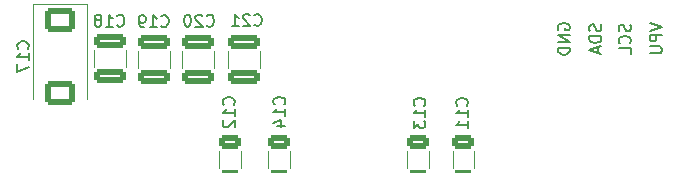
<source format=gbr>
%TF.GenerationSoftware,KiCad,Pcbnew,(6.0.0-0)*%
%TF.CreationDate,2022-06-13T23:55:57-07:00*%
%TF.ProjectId,max20499_breakout,6d617832-3034-4393-995f-627265616b6f,rev?*%
%TF.SameCoordinates,Original*%
%TF.FileFunction,Legend,Bot*%
%TF.FilePolarity,Positive*%
%FSLAX46Y46*%
G04 Gerber Fmt 4.6, Leading zero omitted, Abs format (unit mm)*
G04 Created by KiCad (PCBNEW (6.0.0-0)) date 2022-06-13 23:55:57*
%MOMM*%
%LPD*%
G01*
G04 APERTURE LIST*
G04 Aperture macros list*
%AMRoundRect*
0 Rectangle with rounded corners*
0 $1 Rounding radius*
0 $2 $3 $4 $5 $6 $7 $8 $9 X,Y pos of 4 corners*
0 Add a 4 corners polygon primitive as box body*
4,1,4,$2,$3,$4,$5,$6,$7,$8,$9,$2,$3,0*
0 Add four circle primitives for the rounded corners*
1,1,$1+$1,$2,$3*
1,1,$1+$1,$4,$5*
1,1,$1+$1,$6,$7*
1,1,$1+$1,$8,$9*
0 Add four rect primitives between the rounded corners*
20,1,$1+$1,$2,$3,$4,$5,0*
20,1,$1+$1,$4,$5,$6,$7,0*
20,1,$1+$1,$6,$7,$8,$9,0*
20,1,$1+$1,$8,$9,$2,$3,0*%
G04 Aperture macros list end*
%ADD10C,0.150000*%
%ADD11C,0.120000*%
%ADD12C,2.520000*%
%ADD13R,1.700000X1.700000*%
%ADD14O,1.700000X1.700000*%
%ADD15RoundRect,0.250000X-1.100000X0.325000X-1.100000X-0.325000X1.100000X-0.325000X1.100000X0.325000X0*%
%ADD16RoundRect,0.250000X0.650000X-0.325000X0.650000X0.325000X-0.650000X0.325000X-0.650000X-0.325000X0*%
%ADD17RoundRect,0.250000X-1.025000X0.787500X-1.025000X-0.787500X1.025000X-0.787500X1.025000X0.787500X0*%
G04 APERTURE END LIST*
D10*
X157492380Y-90572857D02*
X158492380Y-90906190D01*
X157492380Y-91239523D01*
X158492380Y-91572857D02*
X157492380Y-91572857D01*
X157492380Y-91953809D01*
X157540000Y-92049047D01*
X157587619Y-92096666D01*
X157682857Y-92144285D01*
X157825714Y-92144285D01*
X157920952Y-92096666D01*
X157968571Y-92049047D01*
X158016190Y-91953809D01*
X158016190Y-91572857D01*
X157492380Y-92572857D02*
X158301904Y-92572857D01*
X158397142Y-92620476D01*
X158444761Y-92668095D01*
X158492380Y-92763333D01*
X158492380Y-92953809D01*
X158444761Y-93049047D01*
X158397142Y-93096666D01*
X158301904Y-93144285D01*
X157492380Y-93144285D01*
X155814761Y-90739524D02*
X155862380Y-90882381D01*
X155862380Y-91120477D01*
X155814761Y-91215715D01*
X155767142Y-91263334D01*
X155671904Y-91310953D01*
X155576666Y-91310953D01*
X155481428Y-91263334D01*
X155433809Y-91215715D01*
X155386190Y-91120477D01*
X155338571Y-90930001D01*
X155290952Y-90834762D01*
X155243333Y-90787143D01*
X155148095Y-90739524D01*
X155052857Y-90739524D01*
X154957619Y-90787143D01*
X154910000Y-90834762D01*
X154862380Y-90930001D01*
X154862380Y-91168096D01*
X154910000Y-91310953D01*
X155767142Y-92310953D02*
X155814761Y-92263334D01*
X155862380Y-92120477D01*
X155862380Y-92025239D01*
X155814761Y-91882381D01*
X155719523Y-91787143D01*
X155624285Y-91739524D01*
X155433809Y-91691905D01*
X155290952Y-91691905D01*
X155100476Y-91739524D01*
X155005238Y-91787143D01*
X154910000Y-91882381D01*
X154862380Y-92025239D01*
X154862380Y-92120477D01*
X154910000Y-92263334D01*
X154957619Y-92310953D01*
X155862380Y-93215715D02*
X155862380Y-92739524D01*
X154862380Y-92739524D01*
X153324761Y-90715714D02*
X153372380Y-90858571D01*
X153372380Y-91096666D01*
X153324761Y-91191904D01*
X153277142Y-91239523D01*
X153181904Y-91287142D01*
X153086666Y-91287142D01*
X152991428Y-91239523D01*
X152943809Y-91191904D01*
X152896190Y-91096666D01*
X152848571Y-90906190D01*
X152800952Y-90810952D01*
X152753333Y-90763333D01*
X152658095Y-90715714D01*
X152562857Y-90715714D01*
X152467619Y-90763333D01*
X152420000Y-90810952D01*
X152372380Y-90906190D01*
X152372380Y-91144285D01*
X152420000Y-91287142D01*
X153372380Y-91715714D02*
X152372380Y-91715714D01*
X152372380Y-91953809D01*
X152420000Y-92096666D01*
X152515238Y-92191904D01*
X152610476Y-92239523D01*
X152800952Y-92287142D01*
X152943809Y-92287142D01*
X153134285Y-92239523D01*
X153229523Y-92191904D01*
X153324761Y-92096666D01*
X153372380Y-91953809D01*
X153372380Y-91715714D01*
X153086666Y-92668095D02*
X153086666Y-93144285D01*
X153372380Y-92572857D02*
X152372380Y-92906190D01*
X153372380Y-93239523D01*
X149750000Y-91168095D02*
X149702380Y-91072857D01*
X149702380Y-90930000D01*
X149750000Y-90787142D01*
X149845238Y-90691904D01*
X149940476Y-90644285D01*
X150130952Y-90596666D01*
X150273809Y-90596666D01*
X150464285Y-90644285D01*
X150559523Y-90691904D01*
X150654761Y-90787142D01*
X150702380Y-90930000D01*
X150702380Y-91025238D01*
X150654761Y-91168095D01*
X150607142Y-91215714D01*
X150273809Y-91215714D01*
X150273809Y-91025238D01*
X150702380Y-91644285D02*
X149702380Y-91644285D01*
X150702380Y-92215714D01*
X149702380Y-92215714D01*
X150702380Y-92691904D02*
X149702380Y-92691904D01*
X149702380Y-92930000D01*
X149750000Y-93072857D01*
X149845238Y-93168095D01*
X149940476Y-93215714D01*
X150130952Y-93263333D01*
X150273809Y-93263333D01*
X150464285Y-93215714D01*
X150559523Y-93168095D01*
X150654761Y-93072857D01*
X150702380Y-92930000D01*
X150702380Y-92691904D01*
%TO.C,C19*%
X116122857Y-90849642D02*
X116170476Y-90897261D01*
X116313333Y-90944880D01*
X116408571Y-90944880D01*
X116551428Y-90897261D01*
X116646666Y-90802023D01*
X116694285Y-90706785D01*
X116741904Y-90516309D01*
X116741904Y-90373452D01*
X116694285Y-90182976D01*
X116646666Y-90087738D01*
X116551428Y-89992500D01*
X116408571Y-89944880D01*
X116313333Y-89944880D01*
X116170476Y-89992500D01*
X116122857Y-90040119D01*
X115170476Y-90944880D02*
X115741904Y-90944880D01*
X115456190Y-90944880D02*
X115456190Y-89944880D01*
X115551428Y-90087738D01*
X115646666Y-90182976D01*
X115741904Y-90230595D01*
X114694285Y-90944880D02*
X114503809Y-90944880D01*
X114408571Y-90897261D01*
X114360952Y-90849642D01*
X114265714Y-90706785D01*
X114218095Y-90516309D01*
X114218095Y-90135357D01*
X114265714Y-90040119D01*
X114313333Y-89992500D01*
X114408571Y-89944880D01*
X114599047Y-89944880D01*
X114694285Y-89992500D01*
X114741904Y-90040119D01*
X114789523Y-90135357D01*
X114789523Y-90373452D01*
X114741904Y-90468690D01*
X114694285Y-90516309D01*
X114599047Y-90563928D01*
X114408571Y-90563928D01*
X114313333Y-90516309D01*
X114265714Y-90468690D01*
X114218095Y-90373452D01*
%TO.C,C12*%
X122247142Y-97507142D02*
X122294761Y-97459523D01*
X122342380Y-97316666D01*
X122342380Y-97221428D01*
X122294761Y-97078571D01*
X122199523Y-96983333D01*
X122104285Y-96935714D01*
X121913809Y-96888095D01*
X121770952Y-96888095D01*
X121580476Y-96935714D01*
X121485238Y-96983333D01*
X121390000Y-97078571D01*
X121342380Y-97221428D01*
X121342380Y-97316666D01*
X121390000Y-97459523D01*
X121437619Y-97507142D01*
X122342380Y-98459523D02*
X122342380Y-97888095D01*
X122342380Y-98173809D02*
X121342380Y-98173809D01*
X121485238Y-98078571D01*
X121580476Y-97983333D01*
X121628095Y-97888095D01*
X121437619Y-98840476D02*
X121390000Y-98888095D01*
X121342380Y-98983333D01*
X121342380Y-99221428D01*
X121390000Y-99316666D01*
X121437619Y-99364285D01*
X121532857Y-99411904D01*
X121628095Y-99411904D01*
X121770952Y-99364285D01*
X122342380Y-98792857D01*
X122342380Y-99411904D01*
%TO.C,C18*%
X112382857Y-90799642D02*
X112430476Y-90847261D01*
X112573333Y-90894880D01*
X112668571Y-90894880D01*
X112811428Y-90847261D01*
X112906666Y-90752023D01*
X112954285Y-90656785D01*
X113001904Y-90466309D01*
X113001904Y-90323452D01*
X112954285Y-90132976D01*
X112906666Y-90037738D01*
X112811428Y-89942500D01*
X112668571Y-89894880D01*
X112573333Y-89894880D01*
X112430476Y-89942500D01*
X112382857Y-89990119D01*
X111430476Y-90894880D02*
X112001904Y-90894880D01*
X111716190Y-90894880D02*
X111716190Y-89894880D01*
X111811428Y-90037738D01*
X111906666Y-90132976D01*
X112001904Y-90180595D01*
X110859047Y-90323452D02*
X110954285Y-90275833D01*
X111001904Y-90228214D01*
X111049523Y-90132976D01*
X111049523Y-90085357D01*
X111001904Y-89990119D01*
X110954285Y-89942500D01*
X110859047Y-89894880D01*
X110668571Y-89894880D01*
X110573333Y-89942500D01*
X110525714Y-89990119D01*
X110478095Y-90085357D01*
X110478095Y-90132976D01*
X110525714Y-90228214D01*
X110573333Y-90275833D01*
X110668571Y-90323452D01*
X110859047Y-90323452D01*
X110954285Y-90371071D01*
X111001904Y-90418690D01*
X111049523Y-90513928D01*
X111049523Y-90704404D01*
X111001904Y-90799642D01*
X110954285Y-90847261D01*
X110859047Y-90894880D01*
X110668571Y-90894880D01*
X110573333Y-90847261D01*
X110525714Y-90799642D01*
X110478095Y-90704404D01*
X110478095Y-90513928D01*
X110525714Y-90418690D01*
X110573333Y-90371071D01*
X110668571Y-90323452D01*
%TO.C,C14*%
X126527142Y-97477142D02*
X126574761Y-97429523D01*
X126622380Y-97286666D01*
X126622380Y-97191428D01*
X126574761Y-97048571D01*
X126479523Y-96953333D01*
X126384285Y-96905714D01*
X126193809Y-96858095D01*
X126050952Y-96858095D01*
X125860476Y-96905714D01*
X125765238Y-96953333D01*
X125670000Y-97048571D01*
X125622380Y-97191428D01*
X125622380Y-97286666D01*
X125670000Y-97429523D01*
X125717619Y-97477142D01*
X126622380Y-98429523D02*
X126622380Y-97858095D01*
X126622380Y-98143809D02*
X125622380Y-98143809D01*
X125765238Y-98048571D01*
X125860476Y-97953333D01*
X125908095Y-97858095D01*
X125955714Y-99286666D02*
X126622380Y-99286666D01*
X125574761Y-99048571D02*
X126289047Y-98810476D01*
X126289047Y-99429523D01*
%TO.C,C17*%
X104817142Y-92769642D02*
X104864761Y-92722023D01*
X104912380Y-92579166D01*
X104912380Y-92483928D01*
X104864761Y-92341071D01*
X104769523Y-92245833D01*
X104674285Y-92198214D01*
X104483809Y-92150595D01*
X104340952Y-92150595D01*
X104150476Y-92198214D01*
X104055238Y-92245833D01*
X103960000Y-92341071D01*
X103912380Y-92483928D01*
X103912380Y-92579166D01*
X103960000Y-92722023D01*
X104007619Y-92769642D01*
X104912380Y-93722023D02*
X104912380Y-93150595D01*
X104912380Y-93436309D02*
X103912380Y-93436309D01*
X104055238Y-93341071D01*
X104150476Y-93245833D01*
X104198095Y-93150595D01*
X103912380Y-94055357D02*
X103912380Y-94722023D01*
X104912380Y-94293452D01*
%TO.C,C21*%
X124002857Y-90749642D02*
X124050476Y-90797261D01*
X124193333Y-90844880D01*
X124288571Y-90844880D01*
X124431428Y-90797261D01*
X124526666Y-90702023D01*
X124574285Y-90606785D01*
X124621904Y-90416309D01*
X124621904Y-90273452D01*
X124574285Y-90082976D01*
X124526666Y-89987738D01*
X124431428Y-89892500D01*
X124288571Y-89844880D01*
X124193333Y-89844880D01*
X124050476Y-89892500D01*
X124002857Y-89940119D01*
X123621904Y-89940119D02*
X123574285Y-89892500D01*
X123479047Y-89844880D01*
X123240952Y-89844880D01*
X123145714Y-89892500D01*
X123098095Y-89940119D01*
X123050476Y-90035357D01*
X123050476Y-90130595D01*
X123098095Y-90273452D01*
X123669523Y-90844880D01*
X123050476Y-90844880D01*
X122098095Y-90844880D02*
X122669523Y-90844880D01*
X122383809Y-90844880D02*
X122383809Y-89844880D01*
X122479047Y-89987738D01*
X122574285Y-90082976D01*
X122669523Y-90130595D01*
%TO.C,C13*%
X138397142Y-97577142D02*
X138444761Y-97529523D01*
X138492380Y-97386666D01*
X138492380Y-97291428D01*
X138444761Y-97148571D01*
X138349523Y-97053333D01*
X138254285Y-97005714D01*
X138063809Y-96958095D01*
X137920952Y-96958095D01*
X137730476Y-97005714D01*
X137635238Y-97053333D01*
X137540000Y-97148571D01*
X137492380Y-97291428D01*
X137492380Y-97386666D01*
X137540000Y-97529523D01*
X137587619Y-97577142D01*
X138492380Y-98529523D02*
X138492380Y-97958095D01*
X138492380Y-98243809D02*
X137492380Y-98243809D01*
X137635238Y-98148571D01*
X137730476Y-98053333D01*
X137778095Y-97958095D01*
X137492380Y-98862857D02*
X137492380Y-99481904D01*
X137873333Y-99148571D01*
X137873333Y-99291428D01*
X137920952Y-99386666D01*
X137968571Y-99434285D01*
X138063809Y-99481904D01*
X138301904Y-99481904D01*
X138397142Y-99434285D01*
X138444761Y-99386666D01*
X138492380Y-99291428D01*
X138492380Y-99005714D01*
X138444761Y-98910476D01*
X138397142Y-98862857D01*
%TO.C,C11*%
X141997142Y-97577142D02*
X142044761Y-97529523D01*
X142092380Y-97386666D01*
X142092380Y-97291428D01*
X142044761Y-97148571D01*
X141949523Y-97053333D01*
X141854285Y-97005714D01*
X141663809Y-96958095D01*
X141520952Y-96958095D01*
X141330476Y-97005714D01*
X141235238Y-97053333D01*
X141140000Y-97148571D01*
X141092380Y-97291428D01*
X141092380Y-97386666D01*
X141140000Y-97529523D01*
X141187619Y-97577142D01*
X142092380Y-98529523D02*
X142092380Y-97958095D01*
X142092380Y-98243809D02*
X141092380Y-98243809D01*
X141235238Y-98148571D01*
X141330476Y-98053333D01*
X141378095Y-97958095D01*
X142092380Y-99481904D02*
X142092380Y-98910476D01*
X142092380Y-99196190D02*
X141092380Y-99196190D01*
X141235238Y-99100952D01*
X141330476Y-99005714D01*
X141378095Y-98910476D01*
%TO.C,C20*%
X119972857Y-90799642D02*
X120020476Y-90847261D01*
X120163333Y-90894880D01*
X120258571Y-90894880D01*
X120401428Y-90847261D01*
X120496666Y-90752023D01*
X120544285Y-90656785D01*
X120591904Y-90466309D01*
X120591904Y-90323452D01*
X120544285Y-90132976D01*
X120496666Y-90037738D01*
X120401428Y-89942500D01*
X120258571Y-89894880D01*
X120163333Y-89894880D01*
X120020476Y-89942500D01*
X119972857Y-89990119D01*
X119591904Y-89990119D02*
X119544285Y-89942500D01*
X119449047Y-89894880D01*
X119210952Y-89894880D01*
X119115714Y-89942500D01*
X119068095Y-89990119D01*
X119020476Y-90085357D01*
X119020476Y-90180595D01*
X119068095Y-90323452D01*
X119639523Y-90894880D01*
X119020476Y-90894880D01*
X118401428Y-89894880D02*
X118306190Y-89894880D01*
X118210952Y-89942500D01*
X118163333Y-89990119D01*
X118115714Y-90085357D01*
X118068095Y-90275833D01*
X118068095Y-90513928D01*
X118115714Y-90704404D01*
X118163333Y-90799642D01*
X118210952Y-90847261D01*
X118306190Y-90894880D01*
X118401428Y-90894880D01*
X118496666Y-90847261D01*
X118544285Y-90799642D01*
X118591904Y-90704404D01*
X118639523Y-90513928D01*
X118639523Y-90275833D01*
X118591904Y-90085357D01*
X118544285Y-89990119D01*
X118496666Y-89942500D01*
X118401428Y-89894880D01*
D11*
%TO.C,C19*%
X114120000Y-92941248D02*
X114120000Y-94363752D01*
X116840000Y-92941248D02*
X116840000Y-94363752D01*
%TO.C,C12*%
X121030000Y-102881252D02*
X121030000Y-101458748D01*
X122850000Y-102881252D02*
X122850000Y-101458748D01*
%TO.C,C18*%
X110430000Y-92891248D02*
X110430000Y-94313752D01*
X113150000Y-92891248D02*
X113150000Y-94313752D01*
%TO.C,C14*%
X125180000Y-102881252D02*
X125180000Y-101458748D01*
X127000000Y-102881252D02*
X127000000Y-101458748D01*
%TO.C,C17*%
X105300000Y-97062500D02*
X105300000Y-89002500D01*
X105300000Y-89002500D02*
X109820000Y-89002500D01*
X109820000Y-89002500D02*
X109820000Y-97062500D01*
%TO.C,C21*%
X121760000Y-92991248D02*
X121760000Y-94413752D01*
X124480000Y-92991248D02*
X124480000Y-94413752D01*
%TO.C,C13*%
X138770000Y-102881252D02*
X138770000Y-101458748D01*
X136950000Y-102881252D02*
X136950000Y-101458748D01*
%TO.C,C11*%
X140790000Y-102881252D02*
X140790000Y-101458748D01*
X142610000Y-102881252D02*
X142610000Y-101458748D01*
%TO.C,C20*%
X120590000Y-92991248D02*
X120590000Y-94413752D01*
X117870000Y-92991248D02*
X117870000Y-94413752D01*
%TD*%
%LPC*%
D12*
%TO.C,J1*%
X96650000Y-97600000D03*
X101730000Y-97600000D03*
%TD*%
D13*
%TO.C,J3*%
X150240000Y-88760000D03*
D14*
X152780000Y-88760000D03*
X155320000Y-88760000D03*
X157860000Y-88760000D03*
%TD*%
D12*
%TO.C,J2*%
X96650000Y-90280000D03*
X101730000Y-90280000D03*
%TD*%
%TO.C,J4*%
X154060000Y-105040000D03*
X159140000Y-105040000D03*
%TD*%
%TO.C,J5*%
X154060000Y-97600000D03*
X159140000Y-97600000D03*
%TD*%
D15*
%TO.C,C19*%
X115480000Y-92177500D03*
X115480000Y-95127500D03*
%TD*%
D16*
%TO.C,C12*%
X121940000Y-103645000D03*
X121940000Y-100695000D03*
%TD*%
D15*
%TO.C,C18*%
X111790000Y-92127500D03*
X111790000Y-95077500D03*
%TD*%
D16*
%TO.C,C14*%
X126090000Y-103645000D03*
X126090000Y-100695000D03*
%TD*%
D17*
%TO.C,C17*%
X107560000Y-90300000D03*
X107560000Y-96525000D03*
%TD*%
D15*
%TO.C,C21*%
X123120000Y-92227500D03*
X123120000Y-95177500D03*
%TD*%
D16*
%TO.C,C13*%
X137860000Y-103645000D03*
X137860000Y-100695000D03*
%TD*%
%TO.C,C11*%
X141700000Y-103645000D03*
X141700000Y-100695000D03*
%TD*%
D15*
%TO.C,C20*%
X119230000Y-92227500D03*
X119230000Y-95177500D03*
%TD*%
M02*

</source>
